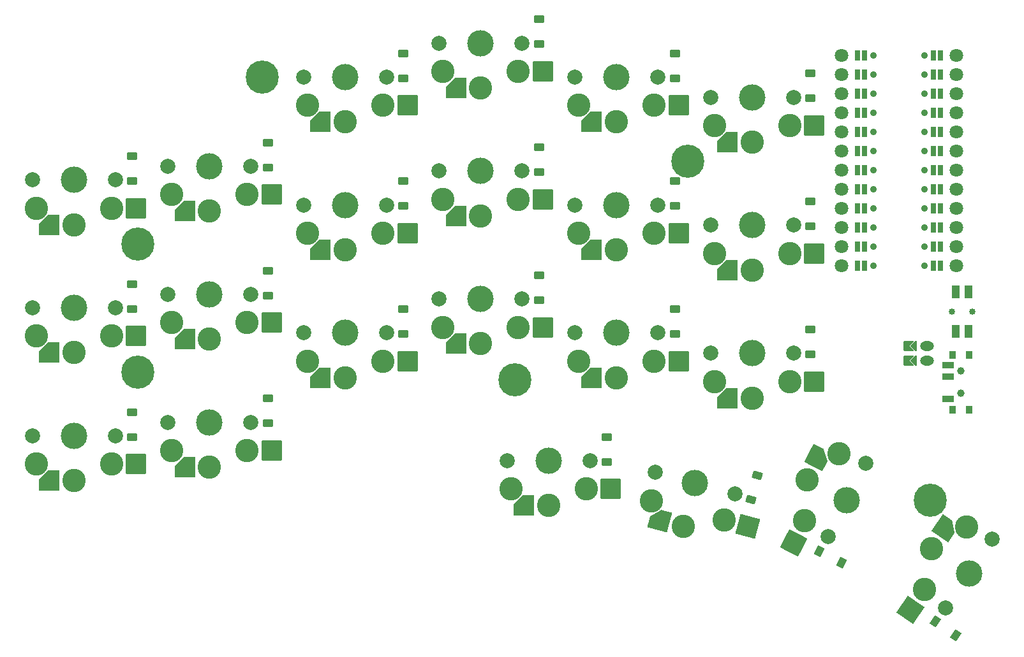
<source format=gbr>
%TF.GenerationSoftware,KiCad,Pcbnew,9.0.2*%
%TF.CreationDate,2025-06-08T10:39:33-06:00*%
%TF.ProjectId,scyboard,73637962-6f61-4726-942e-6b696361645f,1*%
%TF.SameCoordinates,Original*%
%TF.FileFunction,Soldermask,Top*%
%TF.FilePolarity,Negative*%
%FSLAX46Y46*%
G04 Gerber Fmt 4.6, Leading zero omitted, Abs format (unit mm)*
G04 Created by KiCad (PCBNEW 9.0.2) date 2025-06-08 10:39:33*
%MOMM*%
%LPD*%
G01*
G04 APERTURE LIST*
G04 Aperture macros list*
%AMRoundRect*
0 Rectangle with rounded corners*
0 $1 Rounding radius*
0 $2 $3 $4 $5 $6 $7 $8 $9 X,Y pos of 4 corners*
0 Add a 4 corners polygon primitive as box body*
4,1,4,$2,$3,$4,$5,$6,$7,$8,$9,$2,$3,0*
0 Add four circle primitives for the rounded corners*
1,1,$1+$1,$2,$3*
1,1,$1+$1,$4,$5*
1,1,$1+$1,$6,$7*
1,1,$1+$1,$8,$9*
0 Add four rect primitives between the rounded corners*
20,1,$1+$1,$2,$3,$4,$5,0*
20,1,$1+$1,$4,$5,$6,$7,0*
20,1,$1+$1,$6,$7,$8,$9,0*
20,1,$1+$1,$8,$9,$2,$3,0*%
%AMFreePoly0*
4,1,16,0.635355,0.285355,0.650000,0.250000,0.650000,-1.000000,0.635355,-1.035355,0.600000,-1.050000,0.564645,-1.035355,0.000000,-0.470710,-0.564645,-1.035355,-0.600000,-1.050000,-0.635355,-1.035355,-0.650000,-1.000000,-0.650000,0.250000,-0.635355,0.285355,-0.600000,0.300000,0.600000,0.300000,0.635355,0.285355,0.635355,0.285355,$1*%
%AMFreePoly1*
4,1,14,0.035355,0.435355,0.635355,-0.164645,0.650000,-0.200000,0.650000,-0.400000,0.635355,-0.435355,0.600000,-0.450000,-0.600000,-0.450000,-0.635355,-0.435355,-0.650000,-0.400000,-0.650000,-0.200000,-0.635355,-0.164645,-0.035355,0.435355,0.000000,0.450000,0.035355,0.435355,0.035355,0.435355,$1*%
%AMFreePoly2*
4,1,14,1.335355,1.335356,1.350000,1.300000,1.350000,-0.117000,1.335355,-0.152355,0.152355,-1.335355,0.117001,-1.350000,-1.300000,-1.350000,-1.335355,-1.335356,-1.350000,-1.300000,-1.350000,1.300000,-1.335356,1.335355,-1.300000,1.350000,1.300000,1.350000,1.335355,1.335356,1.335355,1.335356,$1*%
G04 Aperture macros list end*
%ADD10RoundRect,0.050000X-0.600000X0.450000X-0.600000X-0.450000X0.600000X-0.450000X0.600000X0.450000X0*%
%ADD11C,4.400000*%
%ADD12RoundRect,0.050000X-0.300000X-0.600000X0.300000X-0.600000X0.300000X0.600000X-0.300000X0.600000X0*%
%ADD13C,1.800000*%
%ADD14C,0.900000*%
%ADD15RoundRect,0.050000X0.400000X-0.500000X0.400000X0.500000X-0.400000X0.500000X-0.400000X-0.500000X0*%
%ADD16C,1.000000*%
%ADD17RoundRect,0.050000X0.750000X-0.350000X0.750000X0.350000X-0.750000X0.350000X-0.750000X-0.350000X0*%
%ADD18RoundRect,0.050000X-0.463087X0.589958X-0.696024X-0.279375X0.463087X-0.589958X0.696024X0.279375X0*%
%ADD19RoundRect,0.050000X0.708583X0.245786X-0.037551X0.749059X-0.708583X-0.245786X0.037551X-0.749059X0*%
%ADD20RoundRect,0.050000X0.673347X0.330308X-0.128559X0.738900X-0.673347X-0.330308X0.128559X-0.738900X0*%
%ADD21C,0.850000*%
%ADD22RoundRect,0.050000X0.500000X-0.775000X0.500000X0.775000X-0.500000X0.775000X-0.500000X-0.775000X0*%
%ADD23FreePoly0,90.000000*%
%ADD24O,1.850000X1.300000*%
%ADD25FreePoly1,90.000000*%
%ADD26C,2.000000*%
%ADD27C,3.100000*%
%ADD28C,3.500000*%
%ADD29FreePoly2,63.000000*%
%ADD30RoundRect,0.050000X0.568121X-1.748496X1.748496X0.568121X-0.568121X1.748496X-1.748496X-0.568121X0*%
%ADD31FreePoly2,180.000000*%
%ADD32RoundRect,0.050000X1.300000X1.300000X-1.300000X1.300000X-1.300000X-1.300000X1.300000X-1.300000X0*%
%ADD33FreePoly2,56.000000*%
%ADD34RoundRect,0.050000X0.350798X-1.804700X1.804700X0.350798X-0.350798X1.804700X-1.804700X-0.350798X0*%
%ADD35FreePoly2,165.000000*%
%ADD36RoundRect,0.050000X1.592168X0.919239X-0.919239X1.592168X-1.592168X-0.919239X0.919239X-1.592168X0*%
G04 APERTURE END LIST*
D10*
%TO.C,D28*%
X75750000Y-61050000D03*
X75750000Y-64350000D03*
%TD*%
%TO.C,D24*%
X57750000Y-79850000D03*
X57750000Y-83150000D03*
%TD*%
%TO.C,D23*%
X57750000Y-96850000D03*
X57750000Y-100150000D03*
%TD*%
%TO.C,D29*%
X93750000Y-83170000D03*
X93750000Y-86470000D03*
%TD*%
%TO.C,D37*%
X129750000Y-49170000D03*
X129750000Y-52470000D03*
%TD*%
D11*
%TO.C,MH4*%
X131500000Y-63520000D03*
%TD*%
D12*
%TO.C,MCU1*%
X164980000Y-49445000D03*
D13*
X167120000Y-49445000D03*
D12*
X164980000Y-51985000D03*
D13*
X167120000Y-51985000D03*
D12*
X164980000Y-54525000D03*
D13*
X167120000Y-54525000D03*
D12*
X164980000Y-57065000D03*
D13*
X167120000Y-57065000D03*
D12*
X164980000Y-59605000D03*
D13*
X167120000Y-59605000D03*
D12*
X164980000Y-62145000D03*
D13*
X167120000Y-62145000D03*
D12*
X164980000Y-64685000D03*
D13*
X167120000Y-64685000D03*
D12*
X164980000Y-67225000D03*
D13*
X167120000Y-67225000D03*
D12*
X164980000Y-69765000D03*
D13*
X167120000Y-69765000D03*
D12*
X164980000Y-72305000D03*
D13*
X167120000Y-72305000D03*
D12*
X164980000Y-74845000D03*
D13*
X167120000Y-74845000D03*
D12*
X164980000Y-77385000D03*
D13*
X167120000Y-77385000D03*
X151880000Y-77385000D03*
D12*
X154020000Y-77385000D03*
D13*
X151880000Y-74845000D03*
D12*
X154020000Y-74845000D03*
D13*
X151880000Y-72305000D03*
D12*
X154020000Y-72305000D03*
D13*
X151880000Y-69765000D03*
D12*
X154020000Y-69765000D03*
D13*
X151880000Y-67225000D03*
D12*
X154020000Y-67225000D03*
D13*
X151880000Y-64685000D03*
D12*
X154020000Y-64685000D03*
D13*
X151880000Y-62145000D03*
D12*
X154020000Y-62145000D03*
D13*
X151880000Y-59605000D03*
D12*
X154020000Y-59605000D03*
D13*
X151880000Y-57065000D03*
D12*
X154020000Y-57065000D03*
D13*
X151880000Y-54525000D03*
D12*
X154020000Y-54525000D03*
D13*
X151880000Y-51985000D03*
D12*
X154020000Y-51985000D03*
D13*
X151880000Y-49445000D03*
D12*
X154020000Y-49445000D03*
D14*
X162900000Y-49445000D03*
D12*
X164080000Y-49445000D03*
D14*
X162900000Y-51985000D03*
D12*
X164080000Y-51985000D03*
D14*
X162900000Y-54525000D03*
D12*
X164080000Y-54525000D03*
D14*
X162900000Y-57065000D03*
D12*
X164080000Y-57065000D03*
D14*
X162900000Y-59605000D03*
D12*
X164080000Y-59605000D03*
D14*
X162900000Y-62145000D03*
D12*
X164080000Y-62145000D03*
D14*
X162900000Y-64685000D03*
D12*
X164080000Y-64685000D03*
D14*
X162900000Y-67225000D03*
D12*
X164080000Y-67225000D03*
D14*
X162900000Y-69765000D03*
D12*
X164080000Y-69765000D03*
D14*
X162900000Y-72305000D03*
D12*
X164080000Y-72305000D03*
D14*
X162900000Y-74845000D03*
D12*
X164080000Y-74845000D03*
D14*
X162900000Y-77385000D03*
D12*
X164080000Y-77385000D03*
X154920000Y-77385000D03*
D14*
X156100000Y-77385000D03*
D12*
X154920000Y-74845000D03*
D14*
X156100000Y-74845000D03*
D12*
X154920000Y-72305000D03*
D14*
X156100000Y-72305000D03*
D12*
X154920000Y-69765000D03*
D14*
X156100000Y-69765000D03*
D12*
X154920000Y-67225000D03*
D14*
X156100000Y-67225000D03*
D12*
X154920000Y-64685000D03*
D14*
X156100000Y-64685000D03*
D12*
X154920000Y-62145000D03*
D14*
X156100000Y-62145000D03*
D12*
X154920000Y-59605000D03*
D14*
X156100000Y-59605000D03*
D12*
X154920000Y-57065000D03*
D14*
X156100000Y-57065000D03*
D12*
X154920000Y-54525000D03*
D14*
X156100000Y-54525000D03*
D12*
X154920000Y-51985000D03*
D14*
X156100000Y-51985000D03*
D12*
X154920000Y-49445000D03*
D14*
X156100000Y-49445000D03*
%TD*%
D10*
%TO.C,D36*%
X129750000Y-66170000D03*
X129750000Y-69470000D03*
%TD*%
%TO.C,D38*%
X147750000Y-85870000D03*
X147750000Y-89170000D03*
%TD*%
%TO.C,D35*%
X129750000Y-83170000D03*
X129750000Y-86470000D03*
%TD*%
D11*
%TO.C,MH5*%
X163650000Y-108520000D03*
%TD*%
D15*
%TO.C,PWR1*%
X166640000Y-89220000D03*
X166640000Y-96520000D03*
D16*
X167750000Y-91370000D03*
X167750000Y-94370000D03*
D15*
X168850000Y-89220000D03*
X168850000Y-96520000D03*
D17*
X165990000Y-95120000D03*
X165990000Y-92120000D03*
X165990000Y-90620000D03*
%TD*%
D10*
%TO.C,D25*%
X57750000Y-62850000D03*
X57750000Y-66150000D03*
%TD*%
D18*
%TO.C,D42*%
X140741250Y-105243222D03*
X139887150Y-108430778D03*
%TD*%
D19*
%TO.C,D44*%
X167077712Y-126506468D03*
X164341888Y-124661132D03*
%TD*%
D10*
%TO.C,D39*%
X147750000Y-68870000D03*
X147750000Y-72170000D03*
%TD*%
%TO.C,D34*%
X111750000Y-44670000D03*
X111750000Y-47970000D03*
%TD*%
D11*
%TO.C,MH6*%
X108500000Y-92570000D03*
%TD*%
D10*
%TO.C,D32*%
X111750000Y-78670000D03*
X111750000Y-81970000D03*
%TD*%
D11*
%TO.C,MH3*%
X75000000Y-52320000D03*
%TD*%
D20*
%TO.C,D43*%
X151888261Y-116855384D03*
X148947939Y-115357216D03*
%TD*%
D21*
%TO.C,RST1*%
X169259000Y-83520000D03*
X166509000Y-83520000D03*
D22*
X168734000Y-86145000D03*
X167034000Y-86145000D03*
X168734000Y-80895000D03*
X167034000Y-80895000D03*
%TD*%
D10*
%TO.C,D31*%
X93750000Y-49170000D03*
X93750000Y-52470000D03*
%TD*%
D23*
%TO.C,JST1*%
X160409000Y-88030000D03*
X160409000Y-90030000D03*
D24*
X163225000Y-88030000D03*
X163225000Y-90030000D03*
D25*
X161425000Y-88030000D03*
X161425000Y-90030000D03*
%TD*%
D10*
%TO.C,D33*%
X111750000Y-61670000D03*
X111750000Y-64970000D03*
%TD*%
%TO.C,D30*%
X93750000Y-66170000D03*
X93750000Y-69470000D03*
%TD*%
%TO.C,D40*%
X147750000Y-51870000D03*
X147750000Y-55170000D03*
%TD*%
%TO.C,D26*%
X75750000Y-95050000D03*
X75750000Y-98350000D03*
%TD*%
%TO.C,D41*%
X120750000Y-100170000D03*
X120750000Y-103470000D03*
%TD*%
D11*
%TO.C,MH2*%
X58500000Y-91500000D03*
%TD*%
D10*
%TO.C,D27*%
X75750000Y-78050000D03*
X75750000Y-81350000D03*
%TD*%
D11*
%TO.C,MH1*%
X58500000Y-74500000D03*
%TD*%
D26*
%TO.C,S21*%
X150103052Y-113420536D03*
D27*
X146988773Y-111272568D03*
X147298511Y-105818757D03*
D28*
X152600000Y-108520000D03*
D27*
X151528678Y-102362503D03*
D26*
X155096948Y-103619464D03*
D29*
X148785330Y-102900710D03*
D30*
X145501954Y-114190615D03*
%TD*%
D26*
%TO.C,S1*%
X55500000Y-100000000D03*
D27*
X55000000Y-103750000D03*
X50000000Y-105950000D03*
D28*
X50000000Y-100000000D03*
D27*
X45000000Y-103750000D03*
D26*
X44500000Y-100000000D03*
D31*
X46725000Y-105950000D03*
D32*
X58275000Y-103750000D03*
%TD*%
D26*
%TO.C,S7*%
X91500000Y-86320000D03*
D27*
X91000000Y-90070000D03*
X86000000Y-92270000D03*
D28*
X86000000Y-86320000D03*
D27*
X81000000Y-90070000D03*
D26*
X80500000Y-86320000D03*
D31*
X82725000Y-92270000D03*
D32*
X94275000Y-90070000D03*
%TD*%
D26*
%TO.C,S22*%
X165724439Y-122879707D03*
D27*
X162895145Y-120368214D03*
X163867226Y-114992802D03*
D28*
X168800000Y-118320000D03*
D27*
X168487074Y-112077839D03*
D26*
X171875561Y-113760293D03*
D33*
X165698583Y-112277704D03*
D34*
X161063788Y-123083313D03*
%TD*%
D26*
%TO.C,S5*%
X73500000Y-81200000D03*
D27*
X73000000Y-84950000D03*
X68000000Y-87150000D03*
D28*
X68000000Y-81200000D03*
D27*
X63000000Y-84950000D03*
D26*
X62500000Y-81200000D03*
D31*
X64725000Y-87150000D03*
D32*
X76275000Y-84950000D03*
%TD*%
D26*
%TO.C,S10*%
X109500000Y-81820000D03*
D27*
X109000000Y-85570000D03*
X104000000Y-87770000D03*
D28*
X104000000Y-81820000D03*
D27*
X99000000Y-85570000D03*
D26*
X98500000Y-81820000D03*
D31*
X100725000Y-87770000D03*
D32*
X112275000Y-85570000D03*
%TD*%
D26*
%TO.C,S12*%
X109500000Y-47820000D03*
D27*
X109000000Y-51570000D03*
X104000000Y-53770000D03*
D28*
X104000000Y-47820000D03*
D27*
X99000000Y-51570000D03*
D26*
X98500000Y-47820000D03*
D31*
X100725000Y-53770000D03*
D32*
X112275000Y-51570000D03*
%TD*%
D26*
%TO.C,S2*%
X55500000Y-83000000D03*
D27*
X55000000Y-86750000D03*
X50000000Y-88950000D03*
D28*
X50000000Y-83000000D03*
D27*
X45000000Y-86750000D03*
D26*
X44500000Y-83000000D03*
D31*
X46725000Y-88950000D03*
D32*
X58275000Y-86750000D03*
%TD*%
D26*
%TO.C,S3*%
X55500000Y-66000000D03*
D27*
X55000000Y-69750000D03*
X50000000Y-71950000D03*
D28*
X50000000Y-66000000D03*
D27*
X45000000Y-69750000D03*
D26*
X44500000Y-66000000D03*
D31*
X46725000Y-71950000D03*
D32*
X58275000Y-69750000D03*
%TD*%
D26*
%TO.C,S13*%
X127500000Y-86320000D03*
D27*
X127000000Y-90070000D03*
X122000000Y-92270000D03*
D28*
X122000000Y-86320000D03*
D27*
X117000000Y-90070000D03*
D26*
X116500000Y-86320000D03*
D31*
X118725000Y-92270000D03*
D32*
X130275000Y-90070000D03*
%TD*%
D26*
%TO.C,S9*%
X91500000Y-52320000D03*
D27*
X91000000Y-56070000D03*
X86000000Y-58270000D03*
D28*
X86000000Y-52320000D03*
D27*
X81000000Y-56070000D03*
D26*
X80500000Y-52320000D03*
D31*
X82725000Y-58270000D03*
D32*
X94275000Y-56070000D03*
%TD*%
D26*
%TO.C,S15*%
X127500000Y-52320000D03*
D27*
X127000000Y-56070000D03*
X122000000Y-58270000D03*
D28*
X122000000Y-52320000D03*
D27*
X117000000Y-56070000D03*
D26*
X116500000Y-52320000D03*
D31*
X118725000Y-58270000D03*
D32*
X130275000Y-56070000D03*
%TD*%
D26*
%TO.C,S8*%
X91500000Y-69320000D03*
D27*
X91000000Y-73070000D03*
X86000000Y-75270000D03*
D28*
X86000000Y-69320000D03*
D27*
X81000000Y-73070000D03*
D26*
X80500000Y-69320000D03*
D31*
X82725000Y-75270000D03*
D32*
X94275000Y-73070000D03*
%TD*%
D26*
%TO.C,S17*%
X145500000Y-72020000D03*
D27*
X145000000Y-75770000D03*
X140000000Y-77970000D03*
D28*
X140000000Y-72020000D03*
D27*
X135000000Y-75770000D03*
D26*
X134500000Y-72020000D03*
D31*
X136725000Y-77970000D03*
D32*
X148275000Y-75770000D03*
%TD*%
D26*
%TO.C,S11*%
X109500000Y-64820000D03*
D27*
X109000000Y-68570000D03*
X104000000Y-70770000D03*
D28*
X104000000Y-64820000D03*
D27*
X99000000Y-68570000D03*
D26*
X98500000Y-64820000D03*
D31*
X100725000Y-70770000D03*
D32*
X112275000Y-68570000D03*
%TD*%
D26*
%TO.C,S19*%
X118500000Y-103320000D03*
D27*
X118000000Y-107070000D03*
X113000000Y-109270000D03*
D28*
X113000000Y-103320000D03*
D27*
X108000000Y-107070000D03*
D26*
X107500000Y-103320000D03*
D31*
X109725000Y-109270000D03*
D32*
X121275000Y-107070000D03*
%TD*%
D26*
%TO.C,S20*%
X137752592Y-107703505D03*
D27*
X136299058Y-111196317D03*
X130900027Y-112027259D03*
D28*
X132440000Y-106280000D03*
D27*
X126639799Y-108608127D03*
D26*
X127127408Y-104856495D03*
D35*
X127736620Y-111179626D03*
D36*
X139462465Y-112043949D03*
%TD*%
D26*
%TO.C,S18*%
X145500000Y-55020000D03*
D27*
X145000000Y-58770000D03*
X140000000Y-60970000D03*
D28*
X140000000Y-55020000D03*
D27*
X135000000Y-58770000D03*
D26*
X134500000Y-55020000D03*
D31*
X136725000Y-60970000D03*
D32*
X148275000Y-58770000D03*
%TD*%
D26*
%TO.C,S16*%
X145500000Y-89020000D03*
D27*
X145000000Y-92770000D03*
X140000000Y-94970000D03*
D28*
X140000000Y-89020000D03*
D27*
X135000000Y-92770000D03*
D26*
X134500000Y-89020000D03*
D31*
X136725000Y-94970000D03*
D32*
X148275000Y-92770000D03*
%TD*%
D26*
%TO.C,S4*%
X73500000Y-98200000D03*
D27*
X73000000Y-101950000D03*
X68000000Y-104150000D03*
D28*
X68000000Y-98200000D03*
D27*
X63000000Y-101950000D03*
D26*
X62500000Y-98200000D03*
D31*
X64725000Y-104150000D03*
D32*
X76275000Y-101950000D03*
%TD*%
D26*
%TO.C,S6*%
X73500000Y-64200000D03*
D27*
X73000000Y-67950000D03*
X68000000Y-70150000D03*
D28*
X68000000Y-64200000D03*
D27*
X63000000Y-67950000D03*
D26*
X62500000Y-64200000D03*
D31*
X64725000Y-70150000D03*
D32*
X76275000Y-67950000D03*
%TD*%
D26*
%TO.C,S14*%
X127500000Y-69320000D03*
D27*
X127000000Y-73070000D03*
X122000000Y-75270000D03*
D28*
X122000000Y-69320000D03*
D27*
X117000000Y-73070000D03*
D26*
X116500000Y-69320000D03*
D31*
X118725000Y-75270000D03*
D32*
X130275000Y-73070000D03*
%TD*%
M02*

</source>
